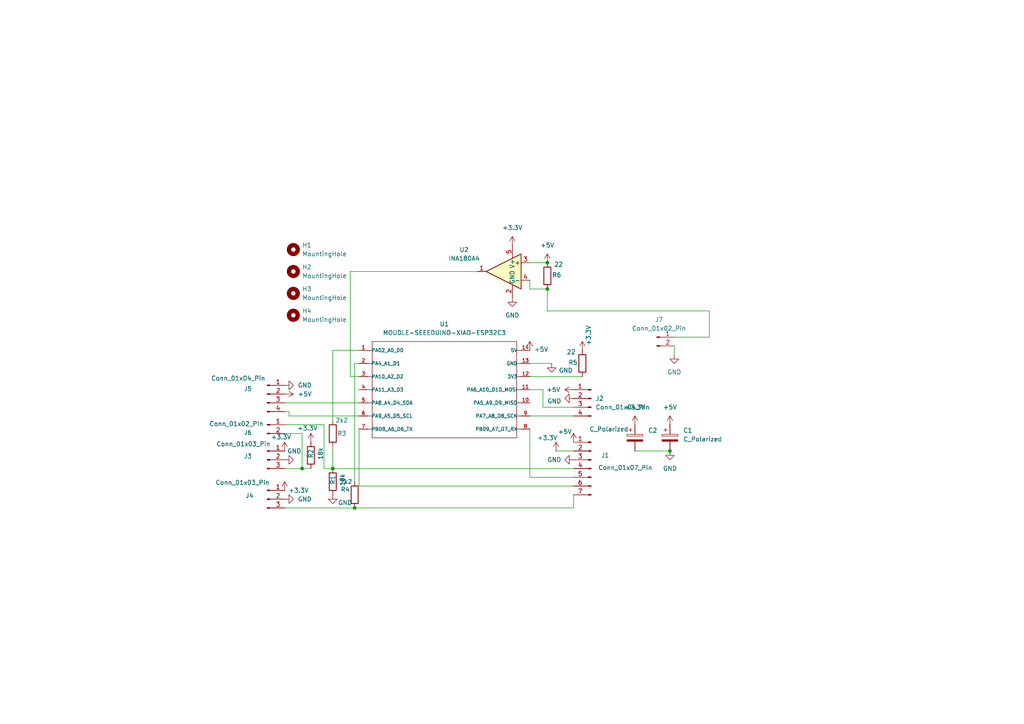
<source format=kicad_sch>
(kicad_sch (version 20231120) (generator "eeschema") (generator_version "8.0")
  (paper "A4")
  (lib_symbols
    (symbol "Amplifier_Current:INA180A4" (pin_names (offset 0.127))
      (property "Reference" "U" (at 3.81 3.81 0))
      (property "Value" "INA180A4" (at 3.81 -2.54 0))
      (symbol "INA180A4_0_1"
        (polyline (pts (xy 5.08 0) (xy -5.08 5.08) (xy -5.08 -5.08) (xy 5.08 0)) (stroke (width 0.254)) (fill (type background)))
      )
      (symbol "INA180A4_1_1"
        (pin output line (at 7.62 0 180) (length 2.54) (name "~") (number "1"))
        (pin power_in line (at -2.54 -7.62 90) (length 3.81) (name "GND") (number "2"))
        (pin input line (at -7.62 2.54 0) (length 2.54) (name "+") (number "3"))
        (pin input line (at -7.62 -2.54 0) (length 2.54) (name "-") (number "4"))
        (pin power_in line (at -2.54 7.62 270) (length 3.81) (name "V+") (number "5"))
      )
    )
    (symbol "Connector:Conn_01x02_Pin" (pin_names (offset 1.016) hide)
      (property "Reference" "J" (at 0 2.54 0))
      (property "Value" "Conn_01x02_Pin" (at 0 -5.08 0))
      (symbol "Conn_01x02_Pin_1_1"
        (polyline (pts (xy 1.27 -2.54) (xy 0.8636 -2.54)) (stroke (width 0.1524)))
        (polyline (pts (xy 1.27 0) (xy 0.8636 0)) (stroke (width 0.1524)))
        (rectangle (start 0.8636 -2.413) (end 0 -2.667) (stroke (width 0.1524)) (fill (type outline)))
        (rectangle (start 0.8636 0.127) (end 0 -0.127) (stroke (width 0.1524)) (fill (type outline)))
        (pin passive line (at 5.08 0 180) (length 3.81) (name "Pin_1") (number "1"))
        (pin passive line (at 5.08 -2.54 180) (length 3.81) (name "Pin_2") (number "2"))
      )
    )
    (symbol "Connector:Conn_01x03_Pin" (pin_names (offset 1.016) hide)
      (property "Reference" "J" (at 0 5.08 0))
      (property "Value" "Conn_01x03_Pin" (at 0 -5.08 0))
      (symbol "Conn_01x03_Pin_1_1"
        (polyline (pts (xy 1.27 -2.54) (xy 0.8636 -2.54)) (stroke (width 0.1524)))
        (polyline (pts (xy 1.27 0) (xy 0.8636 0)) (stroke (width 0.1524)))
        (polyline (pts (xy 1.27 2.54) (xy 0.8636 2.54)) (stroke (width 0.1524)))
        (rectangle (start 0.8636 -2.413) (end 0 -2.667) (stroke (width 0.1524)) (fill (type outline)))
        (rectangle (start 0.8636 0.127) (end 0 -0.127) (stroke (width 0.1524)) (fill (type outline)))
        (rectangle (start 0.8636 2.667) (end 0 2.413) (stroke (width 0.1524)) (fill (type outline)))
        (pin passive line (at 5.08 2.54 180) (length 3.81) (name "Pin_1") (number "1"))
        (pin passive line (at 5.08 0 180) (length 3.81) (name "Pin_2") (number "2"))
        (pin passive line (at 5.08 -2.54 180) (length 3.81) (name "Pin_3") (number "3"))
      )
    )
    (symbol "Connector:Conn_01x04_Pin" (pin_names (offset 1.016) hide)
      (property "Reference" "J" (at 0 5.08 0))
      (property "Value" "Conn_01x04_Pin" (at 0 -7.62 0))
      (symbol "Conn_01x04_Pin_1_1"
        (polyline (pts (xy 1.27 -5.08) (xy 0.8636 -5.08)) (stroke (width 0.1524)))
        (polyline (pts (xy 1.27 -2.54) (xy 0.8636 -2.54)) (stroke (width 0.1524)))
        (polyline (pts (xy 1.27 0) (xy 0.8636 0)) (stroke (width 0.1524)))
        (polyline (pts (xy 1.27 2.54) (xy 0.8636 2.54)) (stroke (width 0.1524)))
        (rectangle (start 0.8636 -4.953) (end 0 -5.207) (stroke (width 0.1524)) (fill (type outline)))
        (rectangle (start 0.8636 -2.413) (end 0 -2.667) (stroke (width 0.1524)) (fill (type outline)))
        (rectangle (start 0.8636 0.127) (end 0 -0.127) (stroke (width 0.1524)) (fill (type outline)))
        (rectangle (start 0.8636 2.667) (end 0 2.413) (stroke (width 0.1524)) (fill (type outline)))
        (pin passive line (at 5.08 2.54 180) (length 3.81) (name "Pin_1") (number "1"))
        (pin passive line (at 5.08 0 180) (length 3.81) (name "Pin_2") (number "2"))
        (pin passive line (at 5.08 -2.54 180) (length 3.81) (name "Pin_3") (number "3"))
        (pin passive line (at 5.08 -5.08 180) (length 3.81) (name "Pin_4") (number "4"))
      )
    )
    (symbol "Connector:Conn_01x07_Pin" (pin_names (offset 1.016) hide)
      (property "Reference" "J" (at 0 10.16 0))
      (property "Value" "Conn_01x07_Pin" (at 0 -10.16 0))
      (symbol "Conn_01x07_Pin_1_1"
        (polyline (pts (xy 1.27 -7.62) (xy 0.8636 -7.62)) (stroke (width 0.1524)))
        (polyline (pts (xy 1.27 -5.08) (xy 0.8636 -5.08)) (stroke (width 0.1524)))
        (polyline (pts (xy 1.27 -2.54) (xy 0.8636 -2.54)) (stroke (width 0.1524)))
        (polyline (pts (xy 1.27 0) (xy 0.8636 0)) (stroke (width 0.1524)))
        (polyline (pts (xy 1.27 2.54) (xy 0.8636 2.54)) (stroke (width 0.1524)))
        (polyline (pts (xy 1.27 5.08) (xy 0.8636 5.08)) (stroke (width 0.1524)))
        (polyline (pts (xy 1.27 7.62) (xy 0.8636 7.62)) (stroke (width 0.1524)))
        (rectangle (start 0.8636 -7.493) (end 0 -7.747) (stroke (width 0.1524)) (fill (type outline)))
        (rectangle (start 0.8636 -4.953) (end 0 -5.207) (stroke (width 0.1524)) (fill (type outline)))
        (rectangle (start 0.8636 -2.413) (end 0 -2.667) (stroke (width 0.1524)) (fill (type outline)))
        (rectangle (start 0.8636 0.127) (end 0 -0.127) (stroke (width 0.1524)) (fill (type outline)))
        (rectangle (start 0.8636 2.667) (end 0 2.413) (stroke (width 0.1524)) (fill (type outline)))
        (rectangle (start 0.8636 5.207) (end 0 4.953) (stroke (width 0.1524)) (fill (type outline)))
        (rectangle (start 0.8636 7.747) (end 0 7.493) (stroke (width 0.1524)) (fill (type outline)))
        (pin passive line (at 5.08 7.62 180) (length 3.81) (name "Pin_1") (number "1"))
        (pin passive line (at 5.08 5.08 180) (length 3.81) (name "Pin_2") (number "2"))
        (pin passive line (at 5.08 2.54 180) (length 3.81) (name "Pin_3") (number "3"))
        (pin passive line (at 5.08 0 180) (length 3.81) (name "Pin_4") (number "4"))
        (pin passive line (at 5.08 -2.54 180) (length 3.81) (name "Pin_5") (number "5"))
        (pin passive line (at 5.08 -5.08 180) (length 3.81) (name "Pin_6") (number "6"))
        (pin passive line (at 5.08 -7.62 180) (length 3.81) (name "Pin_7") (number "7"))
      )
    )
    (symbol "Device:C_Polarized" (pin_numbers hide) (pin_names (offset 0.254))
      (property "Reference" "C" (at 0.635 2.54 0))
      (property "Value" "C_Polarized" (at 0.635 -2.54 0))
      (symbol "C_Polarized_0_1"
        (rectangle (start -2.286 0.508) (end 2.286 1.016))
        (polyline (pts (xy -1.778 2.286) (xy -0.762 2.286)))
        (polyline (pts (xy -1.27 2.794) (xy -1.27 1.778)))
        (rectangle (start 2.286 -0.508) (end -2.286 -1.016) (fill (type outline)))
      )
      (symbol "C_Polarized_1_1"
        (pin passive line (at 0 3.81 270) (length 2.794) (name "~") (number "1"))
        (pin passive line (at 0 -3.81 90) (length 2.794) (name "~") (number "2"))
      )
    )
    (symbol "Device:R" (pin_numbers hide) (pin_names (offset 0))
      (property "Reference" "R" (at 2.032 0 90))
      (property "Value" "R" (at 0 0 90))
      (symbol "R_0_1"
        (rectangle (start -1.016 -2.54) (end 1.016 2.54) (stroke (width 0.254)))
      )
      (symbol "R_1_1"
        (pin passive line (at 0 3.81 270) (length 1.27) (name "~") (number "1"))
        (pin passive line (at 0 -3.81 90) (length 1.27) (name "~") (number "2"))
      )
    )
    (symbol "Mechanical:MountingHole" (pin_names (offset 1.016)) (exclude_from_sim yes) (in_bom no)
      (property "Reference" "H" (at 0 5.08 0))
      (property "Value" "MountingHole" (at 0 3.175 0))
      (symbol "MountingHole_0_1"
        (circle (center 0 0) (radius 1.27) (stroke (width 1.27)))
      )
    )
    (symbol "esp32:MOUDLE-SEEEDUINO-XIAO-ESP32C3" (pin_names (offset 1.016))
      (property "Reference" "U" (at -21.59 15.24 0))
      (property "Value" "MOUDLE-SEEEDUINO-XIAO-ESP32C3" (at -21.59 13.97 0))
      (symbol "MOUDLE-SEEEDUINO-XIAO-ESP32C3_0_0"
        (polyline (pts (xy -21.59 -13.97) (xy -21.59 0)) (stroke (width 0.1524)))
        (polyline (pts (xy -21.59 -11.43) (xy -22.86 -11.43)) (stroke (width 0.1524)))
        (polyline (pts (xy -21.59 -7.62) (xy -22.86 -7.62)) (stroke (width 0.1524)))
        (polyline (pts (xy -21.59 -3.81) (xy -22.86 -3.81)) (stroke (width 0.1524)))
        (polyline (pts (xy -21.59 0) (xy -22.86 0)) (stroke (width 0.1524)))
        (polyline (pts (xy -21.59 0) (xy -21.59 3.81)) (stroke (width 0.1524)))
        (polyline (pts (xy -21.59 3.81) (xy -22.86 3.81)) (stroke (width 0.1524)))
        (polyline (pts (xy -21.59 3.81) (xy -21.59 7.62)) (stroke (width 0.1524)))
        (polyline (pts (xy -21.59 7.62) (xy -22.86 7.62)) (stroke (width 0.1524)))
        (polyline (pts (xy -21.59 7.62) (xy -21.59 11.43)) (stroke (width 0.1524)))
        (polyline (pts (xy -21.59 11.43) (xy -22.86 11.43)) (stroke (width 0.1524)))
        (polyline (pts (xy -21.59 11.43) (xy -21.59 13.97)) (stroke (width 0.1524)))
        (polyline (pts (xy -21.59 13.97) (xy 20.32 13.97)) (stroke (width 0.1524)))
        (polyline (pts (xy 20.32 -13.97) (xy -21.59 -13.97)) (stroke (width 0.1524)))
        (polyline (pts (xy 20.32 3.81) (xy 20.32 -13.97)) (stroke (width 0.1524)))
        (polyline (pts (xy 20.32 7.62) (xy 20.32 3.81)) (stroke (width 0.1524)))
        (polyline (pts (xy 20.32 11.43) (xy 20.32 7.62)) (stroke (width 0.1524)))
        (polyline (pts (xy 20.32 13.97) (xy 20.32 11.43)) (stroke (width 0.1524)))
        (polyline (pts (xy 21.59 -11.43) (xy 20.32 -11.43)) (stroke (width 0.1524)))
        (polyline (pts (xy 21.59 -7.62) (xy 20.32 -7.62)) (stroke (width 0.1524)))
        (polyline (pts (xy 21.59 -3.81) (xy 20.32 -3.81)) (stroke (width 0.1524)))
        (polyline (pts (xy 21.59 0) (xy 20.32 0)) (stroke (width 0.1524)))
        (polyline (pts (xy 21.59 3.81) (xy 20.32 3.81)) (stroke (width 0.1524)))
        (polyline (pts (xy 21.59 7.62) (xy 20.32 7.62)) (stroke (width 0.1524)))
        (polyline (pts (xy 21.59 11.43) (xy 20.32 11.43)) (stroke (width 0.1524)))
        (pin bidirectional line (at -25.4 11.43 0) (length 2.54) (name "PA02_A0_D0") (number "1"))
        (pin bidirectional line (at 24.13 -3.81 180) (length 2.54) (name "PA5_A9_D9_MISO") (number "10"))
        (pin bidirectional line (at 24.13 0 180) (length 2.54) (name "PA6_A10_D10_MOSI") (number "11"))
        (pin bidirectional line (at 24.13 3.81 180) (length 2.54) (name "3V3") (number "12"))
        (pin bidirectional line (at 24.13 7.62 180) (length 2.54) (name "GND") (number "13"))
        (pin bidirectional line (at 24.13 11.43 180) (length 2.54) (name "5V") (number "14"))
        (pin bidirectional line (at -25.4 7.62 0) (length 2.54) (name "PA4_A1_D1") (number "2"))
        (pin bidirectional line (at -25.4 3.81 0) (length 2.54) (name "PA10_A2_D2") (number "3"))
        (pin bidirectional line (at -25.4 0 0) (length 2.54) (name "PA11_A3_D3") (number "4"))
        (pin bidirectional line (at -25.4 -3.81 0) (length 2.54) (name "PA8_A4_D4_SDA") (number "5"))
        (pin bidirectional line (at -25.4 -7.62 0) (length 2.54) (name "PA9_A5_D5_SCL") (number "6"))
        (pin bidirectional line (at -25.4 -11.43 0) (length 2.54) (name "PB08_A6_D6_TX") (number "7"))
        (pin bidirectional line (at 24.13 -11.43 180) (length 2.54) (name "PB09_A7_D7_RX") (number "8"))
        (pin bidirectional line (at 24.13 -7.62 180) (length 2.54) (name "PA7_A8_D8_SCK") (number "9"))
      )
    )
    (symbol "power:+3.3V" (power) (pin_numbers hide) (pin_names (offset 0) hide)
      (property "Value" "+3.3V" (at 0 3.556 0))
      (symbol "+3.3V_0_1"
        (polyline (pts (xy -0.762 1.27) (xy 0 2.54)))
        (polyline (pts (xy 0 0) (xy 0 2.54)))
        (polyline (pts (xy 0 2.54) (xy 0.762 1.27)))
      )
      (symbol "+3.3V_1_1"
        (pin power_in line (at 0 0 90) (length 0) (name "~") (number "1"))
      )
    )
    (symbol "power:+5V" (power) (pin_numbers hide) (pin_names (offset 0) hide)
      (property "Value" "+5V" (at 0 3.556 0))
      (symbol "+5V_0_1"
        (polyline (pts (xy -0.762 1.27) (xy 0 2.54)))
        (polyline (pts (xy 0 0) (xy 0 2.54)))
        (polyline (pts (xy 0 2.54) (xy 0.762 1.27)))
      )
      (symbol "+5V_1_1"
        (pin power_in line (at 0 0 90) (length 0) (name "~") (number "1"))
      )
    )
    (symbol "power:GND" (power) (pin_numbers hide) (pin_names (offset 0) hide)
      (property "Value" "GND" (at 0 -3.81 0))
      (symbol "GND_0_1"
        (polyline (pts (xy 0 0) (xy 0 -1.27) (xy 1.27 -1.27) (xy 0 -2.54) (xy -1.27 -1.27) (xy 0 -1.27)))
      )
      (symbol "GND_1_1"
        (pin power_in line (at 0 0 270) (length 0) (name "~") (number "1"))
      )
    )
  )
  (junction (at 158.75 83.82))
  (junction (at 87.63 135.89))
  (junction (at 102.87 147.32))
  (junction (at 96.52 135.89))
  (junction (at 158.75 76.2))
  (junction (at 194.31 130.81))
  (wire (pts (xy 102.87 147.32) (xy 166.37 147.32)))
  (wire (pts (xy 161.29 130.81) (xy 166.37 130.81)))
  (wire (pts (xy 158.75 83.82) (xy 158.75 90.17)))
  (wire (pts (xy 153.67 83.82) (xy 153.67 81.28)))
  (wire (pts (xy 82.55 147.32) (xy 102.87 147.32)))
  (wire (pts (xy 153.67 113.03) (xy 157.48 113.03)))
  (wire (pts (xy 153.67 109.22) (xy 168.91 109.22)))
  (wire (pts (xy 158.75 76.2) (xy 153.67 76.2)))
  (wire (pts (xy 153.67 138.43) (xy 166.37 138.43)))
  (wire (pts (xy 160.02 105.41) (xy 153.67 105.41)))
  (wire (pts (xy 96.52 135.89) (xy 166.37 135.89)))
  (wire (pts (xy 82.55 119.38) (xy 83.82 119.38)))
  (wire (pts (xy 87.63 125.73) (xy 82.55 125.73)))
  (wire (pts (xy 158.75 83.82) (xy 153.67 83.82)))
  (wire (pts (xy 104.14 124.46) (xy 104.14 140.97)))
  (wire (pts (xy 153.67 124.46) (xy 153.67 138.43)))
  (wire (pts (xy 96.52 101.6) (xy 104.14 101.6)))
  (wire (pts (xy 87.63 135.89) (xy 87.63 125.73)))
  (wire (pts (xy 102.87 139.7) (xy 102.87 105.41)))
  (wire (pts (xy 101.6 109.22) (xy 104.14 109.22)))
  (wire (pts (xy 96.52 129.54) (xy 96.52 135.89)))
  (wire (pts (xy 138.43 78.74) (xy 101.6 78.74)))
  (wire (pts (xy 101.6 78.74) (xy 101.6 109.22)))
  (wire (pts (xy 166.37 147.32) (xy 166.37 143.51)))
  (wire (pts (xy 93.98 123.19) (xy 93.98 135.89)))
  (wire (pts (xy 82.55 135.89) (xy 87.63 135.89)))
  (wire (pts (xy 157.48 118.11) (xy 166.37 118.11)))
  (wire (pts (xy 87.63 135.89) (xy 90.17 135.89)))
  (wire (pts (xy 158.75 90.17) (xy 205.74 90.17)))
  (wire (pts (xy 83.82 119.38) (xy 83.82 120.65)))
  (wire (pts (xy 96.52 121.92) (xy 96.52 101.6)))
  (wire (pts (xy 157.48 113.03) (xy 157.48 118.11)))
  (wire (pts (xy 184.15 130.81) (xy 194.31 130.81)))
  (wire (pts (xy 195.58 100.33) (xy 195.58 102.87)))
  (wire (pts (xy 104.14 140.97) (xy 166.37 140.97)))
  (wire (pts (xy 82.55 123.19) (xy 93.98 123.19)))
  (wire (pts (xy 93.98 135.89) (xy 96.52 135.89)))
  (wire (pts (xy 83.82 120.65) (xy 104.14 120.65)))
  (wire (pts (xy 205.74 97.79) (xy 195.58 97.79)))
  (wire (pts (xy 102.87 105.41) (xy 104.14 105.41)))
  (wire (pts (xy 205.74 90.17) (xy 205.74 97.79)))
  (wire (pts (xy 82.55 116.84) (xy 104.14 116.84)))
  (wire (pts (xy 153.67 120.65) (xy 166.37 120.65)))
  (symbol (lib_id "esp32:MOUDLE-SEEEDUINO-XIAO-ESP32C3") (at 129.54 113.03 0) (unit 1)
    (property "Reference" "U1" (at 128.905 93.98 0))
    (property "Value" "MOUDLE-SEEEDUINO-XIAO-ESP32C3" (at 128.905 96.52 0))
    (property "Footprint" "MOUDLE14P-SMD-2.54-21X17.8MM" (effects (hide yes)))
  )
  (symbol (lib_id "Mechanical:MountingHole") (at 85.09 78.74 0) (unit 1) (exclude_from_sim yes) (in_bom no)
    (property "Reference" "H2" (at 87.63 77.4699 0) (effects (justify left)))
    (property "Value" "MountingHole" (at 87.63 80.0099 0) (effects (justify left)))
    (property "Footprint" "MountingHole:MountingHole_2.2mm_M2" (effects (hide yes)))
    (property "Description" "Mounting Hole without connection" (effects (hide yes)))
  )
  (symbol (lib_id "power:GND") (at 82.55 111.76 90) (unit 1)
    (property "Reference" "#PWR011" (effects (hide yes)))
    (property "Value" "GND" (at 86.36 111.7599 90) (effects (justify right)))
    (property "Description" "Power symbol creates a global label with name \"GND\" , ground" (effects (hide yes)))
  )
  (symbol (lib_id "Device:C_Polarized") (at 184.15 127 0) (unit 1)
    (property "Reference" "C2" (at 187.96 124.8409 0) (effects (justify left)))
    (property "Value" "C_Polarized" (at 170.942 124.46 0) (effects (justify left)))
    (property "Footprint" "Capacitor_THT:CP_Radial_D8.0mm_P5.00mm" (effects (hide yes)))
    (property "Description" "Polarized capacitor" (effects (hide yes)))
  )
  (symbol (lib_id "Device:R") (at 90.17 132.08 180) (unit 1)
    (property "Reference" "R2" (at 90.17 131.572 90))
    (property "Value" "18k" (at 92.964 131.572 90))
    (property "Footprint" "Resistor_THT:R_Axial_DIN0207_L6.3mm_D2.5mm_P10.16mm_Horizontal" (effects (hide yes)))
    (property "Description" "Resistor" (effects (hide yes)))
  )
  (symbol (lib_id "power:GND") (at 166.37 133.35 270) (unit 1)
    (property "Reference" "#PWR02" (effects (hide yes)))
    (property "Value" "GND" (at 160.782 133.35 90))
    (property "Description" "Power symbol creates a global label with name \"GND\" , ground" (effects (hide yes)))
  )
  (symbol (lib_id "Device:R") (at 168.91 105.41 0) (unit 1)
    (property "Reference" "R5" (at 164.846 105.156 0) (effects (justify left)))
    (property "Value" "22" (at 164.338 102.108 0) (effects (justify left)))
    (property "Footprint" "Resistor_THT:R_Axial_DIN0207_L6.3mm_D2.5mm_P10.16mm_Horizontal" (effects (hide yes)))
    (property "Description" "Resistor" (effects (hide yes)))
  )
  (symbol (lib_id "Connector:Conn_01x02_Pin") (at 77.47 123.19 0) (unit 1)
    (property "Reference" "J6" (at 71.882 125.476 0))
    (property "Value" "Conn_01x02_Pin" (at 68.58 122.936 0))
    (property "Footprint" "Connector_JST:JST_EH_B2B-EH-A_1x02_P2.50mm_Vertical" (effects (hide yes)))
    (property "Description" "Generic connector, single row, 01x02, script generated" (effects (hide yes)))
  )
  (symbol (lib_id "Connector:Conn_01x07_Pin") (at 171.45 135.89 0) (mirror y) (unit 1)
    (property "Reference" "J1" (at 175.514 132.08 0))
    (property "Value" "Conn_01x07_Pin" (at 181.356 135.636 0))
    (property "Footprint" "Connector_JST:JST_EH_B7B-EH-A_1x07_P2.50mm_Vertical" (effects (hide yes)))
    (property "Description" "Generic connector, single row, 01x07, script generated" (effects (hide yes)))
  )
  (symbol (lib_id "power:+3.3V") (at 184.15 123.19 0) (unit 1)
    (property "Reference" "#PWR023" (effects (hide yes)))
    (property "Value" "+3.3V" (at 184.15 118.11 0))
    (property "Description" "Power symbol creates a global label with name \"+3.3V\"" (effects (hide yes)))
  )
  (symbol (lib_id "power:+5V") (at 153.67 101.6 0) (unit 1)
    (property "Reference" "#PWR09" (effects (hide yes)))
    (property "Value" "+5V" (at 156.972 101.346 0))
    (property "Description" "Power symbol creates a global label with name \"+5V\"" (effects (hide yes)))
  )
  (symbol (lib_id "power:+3.3V") (at 168.91 101.6 0) (unit 1)
    (property "Reference" "#PWR015" (effects (hide yes)))
    (property "Value" "+3.3V" (at 170.688 97.282 90))
    (property "Description" "Power symbol creates a global label with name \"+3.3V\"" (effects (hide yes)))
  )
  (symbol (lib_id "power:GND") (at 82.55 133.35 90) (unit 1)
    (property "Reference" "#PWR03" (effects (hide yes)))
    (property "Value" "GND" (at 83.312 130.81 90) (effects (justify right)))
    (property "Description" "Power symbol creates a global label with name \"GND\" , ground" (effects (hide yes)))
  )
  (symbol (lib_id "power:+5V") (at 166.37 113.03 90) (unit 1)
    (property "Reference" "#PWR014" (effects (hide yes)))
    (property "Value" "+5V" (at 162.56 113.0299 90) (effects (justify left)))
    (property "Description" "Power symbol creates a global label with name \"+5V\"" (effects (hide yes)))
  )
  (symbol (lib_id "Mechanical:MountingHole") (at 85.09 91.44 0) (unit 1) (exclude_from_sim yes) (in_bom no)
    (property "Reference" "H4" (at 87.63 90.1699 0) (effects (justify left)))
    (property "Value" "MountingHole" (at 87.63 92.7099 0) (effects (justify left)))
    (property "Footprint" "MountingHole:MountingHole_2.2mm_M2" (effects (hide yes)))
    (property "Description" "Mounting Hole without connection" (effects (hide yes)))
  )
  (symbol (lib_id "power:+5V") (at 166.37 128.27 0) (unit 1)
    (property "Reference" "#PWR010" (effects (hide yes)))
    (property "Value" "+5V" (at 163.83 125.222 0))
    (property "Description" "Power symbol creates a global label with name \"+5V\"" (effects (hide yes)))
  )
  (symbol (lib_id "power:GND") (at 82.55 144.78 90) (unit 1)
    (property "Reference" "#PWR04" (effects (hide yes)))
    (property "Value" "GND" (at 86.36 144.7799 90) (effects (justify right)))
    (property "Description" "Power symbol creates a global label with name \"GND\" , ground" (effects (hide yes)))
  )
  (symbol (lib_id "power:GND") (at 195.58 102.87 0) (unit 1)
    (property "Reference" "#PWR017" (effects (hide yes)))
    (property "Value" "GND" (at 195.58 107.95 0))
    (property "Description" "Power symbol creates a global label with name \"GND\" , ground" (effects (hide yes)))
  )
  (symbol (lib_id "power:GND") (at 96.52 143.51 0) (unit 1)
    (property "Reference" "#PWR013" (effects (hide yes)))
    (property "Value" "GND" (at 100.076 145.796 0))
    (property "Description" "Power symbol creates a global label with name \"GND\" , ground" (effects (hide yes)))
  )
  (symbol (lib_id "power:GND") (at 160.02 105.41 0) (unit 1)
    (property "Reference" "#PWR01" (effects (hide yes)))
    (property "Value" "GND" (at 164.084 107.442 0))
    (property "Description" "Power symbol creates a global label with name \"GND\" , ground" (effects (hide yes)))
  )
  (symbol (lib_id "Mechanical:MountingHole") (at 85.09 72.39 0) (unit 1) (exclude_from_sim yes) (in_bom no)
    (property "Reference" "H1" (at 87.63 71.1199 0) (effects (justify left)))
    (property "Value" "MountingHole" (at 87.63 73.6599 0) (effects (justify left)))
    (property "Footprint" "MountingHole:MountingHole_2.2mm_M2" (effects (hide yes)))
    (property "Description" "Mounting Hole without connection" (effects (hide yes)))
  )
  (symbol (lib_id "power:GND") (at 194.31 130.81 0) (unit 1)
    (property "Reference" "#PWR021" (effects (hide yes)))
    (property "Value" "GND" (at 194.31 135.89 0))
    (property "Description" "Power symbol creates a global label with name \"GND\" , ground" (effects (hide yes)))
  )
  (symbol (lib_id "power:GND") (at 148.59 86.36 0) (mirror y) (unit 1)
    (property "Reference" "#PWR019" (effects (hide yes)))
    (property "Value" "GND" (at 148.59 91.44 0))
    (property "Description" "Power symbol creates a global label with name \"GND\" , ground" (effects (hide yes)))
  )
  (symbol (lib_id "Device:R") (at 96.52 139.7 180) (unit 1)
    (property "Reference" "R1" (at 96.52 139.192 90))
    (property "Value" "18k" (at 99.314 139.192 90))
    (property "Footprint" "Resistor_THT:R_Axial_DIN0207_L6.3mm_D2.5mm_P10.16mm_Horizontal" (effects (hide yes)))
    (property "Description" "Resistor" (effects (hide yes)))
  )
  (symbol (lib_id "Device:R") (at 96.52 125.73 0) (unit 1)
    (property "Reference" "R3" (at 97.79 125.73 0) (effects (justify left)))
    (property "Value" "2k2" (at 97.282 121.92 0) (effects (justify left)))
    (property "Footprint" "Resistor_THT:R_Axial_DIN0207_L6.3mm_D2.5mm_P10.16mm_Horizontal" (effects (hide yes)))
    (property "Description" "Resistor" (effects (hide yes)))
  )
  (symbol (lib_id "Device:C_Polarized") (at 194.31 127 0) (unit 1)
    (property "Reference" "C1" (at 198.12 124.8409 0) (effects (justify left)))
    (property "Value" "C_Polarized" (at 198.12 127.3809 0) (effects (justify left)))
    (property "Footprint" "Capacitor_THT:CP_Radial_D8.0mm_P5.00mm" (effects (hide yes)))
    (property "Description" "Polarized capacitor" (effects (hide yes)))
  )
  (symbol (lib_id "power:+5V") (at 194.31 123.19 0) (unit 1)
    (property "Reference" "#PWR022" (effects (hide yes)))
    (property "Value" "+5V" (at 194.31 118.11 0))
    (property "Description" "Power symbol creates a global label with name \"+5V\"" (effects (hide yes)))
  )
  (symbol (lib_id "power:+5V") (at 158.75 76.2 0) (mirror y) (unit 1)
    (property "Reference" "#PWR018" (effects (hide yes)))
    (property "Value" "+5V" (at 158.75 71.12 0))
    (property "Description" "Power symbol creates a global label with name \"+5V\"" (effects (hide yes)))
  )
  (symbol (lib_id "power:+5V") (at 82.55 114.3 270) (unit 1)
    (property "Reference" "#PWR012" (effects (hide yes)))
    (property "Value" "+5V" (at 86.36 114.2999 90) (effects (justify left)))
    (property "Description" "Power symbol creates a global label with name \"+5V\"" (effects (hide yes)))
  )
  (symbol (lib_id "Connector:Conn_01x03_Pin") (at 77.47 144.78 0) (unit 1)
    (property "Reference" "J4" (at 72.39 143.764 0))
    (property "Value" "Conn_01x03_Pin" (at 70.358 139.954 0))
    (property "Footprint" "Connector_JST:JST_EH_B3B-EH-A_1x03_P2.50mm_Vertical" (effects (hide yes)))
    (property "Description" "Generic connector, single row, 01x03, script generated" (effects (hide yes)))
  )
  (symbol (lib_id "Connector:Conn_01x02_Pin") (at 190.5 97.79 0) (unit 1)
    (property "Reference" "J7" (at 191.135 92.71 0))
    (property "Value" "Conn_01x02_Pin" (at 191.135 95.25 0))
    (property "Footprint" "Connector_JST:JST_EH_B2B-EH-A_1x02_P2.50mm_Vertical" (effects (hide yes)))
    (property "Description" "Generic connector, single row, 01x02, script generated" (effects (hide yes)))
  )
  (symbol (lib_id "power:+3.3V") (at 161.29 130.81 0) (unit 1)
    (property "Reference" "#PWR06" (effects (hide yes)))
    (property "Value" "+3.3V" (at 158.75 127 0))
    (property "Description" "Power symbol creates a global label with name \"+3.3V\"" (effects (hide yes)))
  )
  (symbol (lib_id "Connector:Conn_01x04_Pin") (at 171.45 115.57 0) (mirror y) (unit 1)
    (property "Reference" "J2" (at 172.72 115.5699 0) (effects (justify right)))
    (property "Value" "Conn_01x04_Pin" (at 172.72 118.1099 0) (effects (justify right)))
    (property "Footprint" "Connector_JST:JST_EH_B4B-EH-A_1x04_P2.50mm_Vertical" (effects (hide yes)))
    (property "Description" "Generic connector, single row, 01x04, script generated" (effects (hide yes)))
  )
  (symbol (lib_id "Device:R") (at 102.87 143.51 0) (unit 1)
    (property "Reference" "R4" (at 98.806 141.986 0) (effects (justify left)))
    (property "Value" "2k2" (at 98.552 139.7 0) (effects (justify left)))
    (property "Footprint" "Resistor_THT:R_Axial_DIN0207_L6.3mm_D2.5mm_P10.16mm_Horizontal" (effects (hide yes)))
    (property "Description" "Resistor" (effects (hide yes)))
  )
  (symbol (lib_id "Connector:Conn_01x03_Pin") (at 77.47 133.35 0) (unit 1)
    (property "Reference" "J3" (at 71.882 132.334 0))
    (property "Value" "Conn_01x03_Pin" (at 70.612 128.778 0))
    (property "Footprint" "Connector_JST:JST_EH_B3B-EH-A_1x03_P2.50mm_Vertical" (effects (hide yes)))
    (property "Description" "Generic connector, single row, 01x03, script generated" (effects (hide yes)))
  )
  (symbol (lib_id "power:+3.3V") (at 148.59 71.12 0) (unit 1)
    (property "Reference" "#PWR020" (effects (hide yes)))
    (property "Value" "+3.3V" (at 148.59 66.04 0))
    (property "Description" "Power symbol creates a global label with name \"+3.3V\"" (effects (hide yes)))
  )
  (symbol (lib_id "power:GND") (at 166.37 115.57 270) (unit 1)
    (property "Reference" "#PWR05" (effects (hide yes)))
    (property "Value" "GND" (at 162.814 116.332 90) (effects (justify right)))
    (property "Description" "Power symbol creates a global label with name \"GND\" , ground" (effects (hide yes)))
  )
  (symbol (lib_id "power:+3.3V") (at 90.17 128.27 0) (unit 1)
    (property "Reference" "#PWR016" (effects (hide yes)))
    (property "Value" "+3.3V" (at 89.154 124.206 0))
    (property "Description" "Power symbol creates a global label with name \"+3.3V\"" (effects (hide yes)))
  )
  (symbol (lib_id "power:+3.3V") (at 82.55 142.24 0) (unit 1)
    (property "Reference" "#PWR08" (effects (hide yes)))
    (property "Value" "+3.3V" (at 86.614 142.24 0))
    (property "Description" "Power symbol creates a global label with name \"+3.3V\"" (effects (hide yes)))
  )
  (symbol (lib_id "Amplifier_Current:INA180A4") (at 146.05 78.74 0) (mirror y) (unit 1)
    (property "Reference" "U2" (at 134.62 72.4214 0))
    (property "Value" "INA180A4" (at 134.62 74.9614 0))
    (property "Footprint" "Package_TO_SOT_SMD:SOT-23-5" (effects (hide yes)))
    (property "Datasheet" "http://www.ti.com/lit/ds/symlink/ina180.pdf" (effects (hide yes)))
    (property "Description" "Current Sense Amplifier, 1 Circuit, Rail-to-Rail, 26V, Gain 200 V/V, SOT-23-5" (effects (hide yes)))
  )
  (symbol (lib_id "Device:R") (at 158.75 80.01 0) (mirror y) (unit 1)
    (property "Reference" "R6" (at 162.814 79.756 0) (effects (justify left)))
    (property "Value" "22" (at 163.322 76.708 0) (effects (justify left)))
    (property "Footprint" "Resistor_THT:R_Axial_DIN0207_L6.3mm_D2.5mm_P10.16mm_Horizontal" (effects (hide yes)))
    (property "Description" "Resistor" (effects (hide yes)))
  )
  (symbol (lib_id "Connector:Conn_01x04_Pin") (at 77.47 114.3 0) (unit 1)
    (property "Reference" "J5" (at 71.882 112.776 0))
    (property "Value" "Conn_01x04_Pin" (at 69.088 109.728 0))
    (property "Footprint" "Connector_JST:JST_EH_B4B-EH-A_1x04_P2.50mm_Vertical" (effects (hide yes)))
    (property "Description" "Generic connector, single row, 01x04, script generated" (effects (hide yes)))
  )
  (symbol (lib_id "Mechanical:MountingHole") (at 85.09 85.09 0) (unit 1) (exclude_from_sim yes) (in_bom no)
    (property "Reference" "H3" (at 87.63 83.8199 0) (effects (justify left)))
    (property "Value" "MountingHole" (at 87.63 86.3599 0) (effects (justify left)))
    (property "Footprint" "MountingHole:MountingHole_2.2mm_M2" (effects (hide yes)))
    (property "Description" "Mounting Hole without connection" (effects (hide yes)))
  )
  (symbol (lib_id "power:+3.3V") (at 82.55 130.81 0) (unit 1)
    (property "Reference" "#PWR07" (effects (hide yes)))
    (property "Value" "+3.3V" (at 81.534 126.746 0))
    (property "Description" "Power symbol creates a global label with name \"+3.3V\"" (effects (hide yes)))
  )
)
</source>
